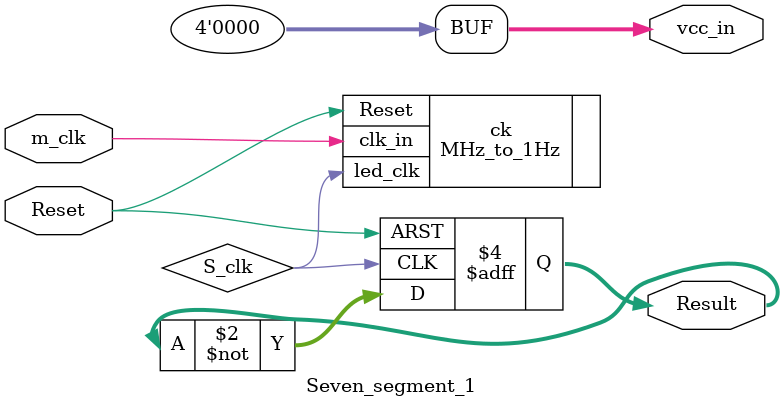
<source format=v>
module Seven_segment_1(m_clk, Reset, Result, vcc_in);
    input m_clk, Reset;
    output reg [3:0]vcc_in;
    output reg [7:0]Result;
    wire S_clk;
    
    
    MHz_to_1Hz ck(.clk_in(m_clk), .led_clk(S_clk), .Reset(Reset));
    
     
            initial
                begin
                    Result <= 8'b11111111;
                    vcc_in = 4'b0000;
                end
                
            
            always @(posedge S_clk or posedge Reset)
                begin
                    if(Reset)
                        Result <= 8'b11111111;
                    else
                        Result[7:0] <= ~Result[7:0];
                end
    
endmodule


</source>
